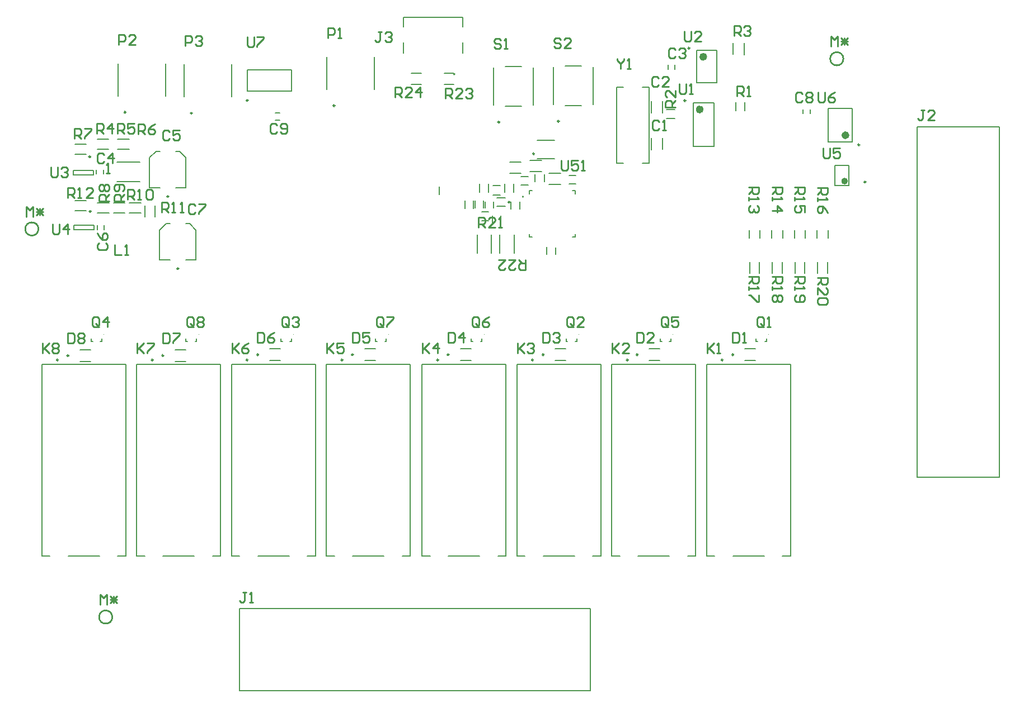
<source format=gbr>
%TF.GenerationSoftware,Altium Limited,Altium Designer,24.1.2 (44)*%
G04 Layer_Color=65535*
%FSLAX45Y45*%
%MOMM*%
%TF.SameCoordinates,D8B4AAC8-E2FB-42F1-BA15-8403934F33DF*%
%TF.FilePolarity,Positive*%
%TF.FileFunction,Legend,Top*%
%TF.Part,Single*%
G01*
G75*
%TA.AperFunction,NonConductor*%
%ADD11C,0.50000*%
%ADD75C,0.20000*%
%ADD76C,0.25000*%
%ADD77C,0.10000*%
%ADD78C,0.60000*%
%ADD79C,0.25400*%
%ADD80C,0.12700*%
D11*
X15446300Y10262200D02*
G03*
X15446300Y10262200I-25000J0D01*
G01*
D75*
X10562700Y10026300D02*
G03*
X10562700Y10026300I-10000J0D01*
G01*
X9524800Y11884100D02*
G03*
X9524800Y11884100I-10000J0D01*
G01*
X9678400Y9850550D02*
Y9970550D01*
X9803400Y9850550D02*
Y9970550D01*
X14900301Y11284200D02*
Y11347200D01*
X14792300Y11284200D02*
Y11347200D01*
X12500700Y11295200D02*
Y11470200D01*
X12671000Y11295733D02*
Y11470733D01*
X12727391Y11210100D02*
X12854639D01*
X12727391Y11345100D02*
X12854639D01*
X9363061Y11896000D02*
X9513061D01*
X9363061Y11726000D02*
X9513061D01*
X8865800Y11896000D02*
X9015800D01*
X8865800Y11726000D02*
X9015800D01*
X4414390Y10250990D02*
X4755010D01*
X4414390Y10551610D02*
X4755010D01*
X10420507Y9168493D02*
Y9449707D01*
X10204293Y9168493D02*
Y9449707D01*
X10077607Y9168493D02*
Y9449707D01*
X9861393Y9168493D02*
Y9449707D01*
X5509000Y9622200D02*
X5609000Y9522200D01*
X5059000D02*
X5159000Y9622200D01*
X5451500D02*
X5509000D01*
X5159000D02*
X5216500D01*
X5609000Y9072200D02*
Y9522200D01*
X5059000Y9072200D02*
Y9522200D01*
Y9072200D02*
X5216500D01*
X5451500D02*
X5609000D01*
X4839108Y9721969D02*
Y9893182D01*
X4990692Y9721969D02*
Y9893182D01*
X5356600Y10715300D02*
X5456600Y10615300D01*
X4906600D02*
X5006600Y10715300D01*
X5299100D02*
X5356600D01*
X5006600D02*
X5064100D01*
X5456600Y10165300D02*
Y10615300D01*
X4906600Y10165300D02*
Y10615300D01*
Y10165300D02*
X5064100D01*
X5299100D02*
X5456600D01*
X4600693Y9779408D02*
X4771907D01*
X4600693Y9930992D02*
X4771907D01*
X4359393Y9779408D02*
X4530607D01*
X4359393Y9930992D02*
X4530607D01*
X4118093Y9779408D02*
X4289307D01*
X4118093Y9930992D02*
X4289307D01*
X4111600Y9529950D02*
Y9592950D01*
X4219600Y9529950D02*
Y9592950D01*
X3778369Y9817508D02*
X3949582D01*
X3778369Y9969092D02*
X3949582D01*
X3759100Y9598100D02*
X4064100D01*
X3759100Y9528100D02*
Y9598100D01*
Y9528100D02*
X4064100D01*
Y9598100D01*
X3753000Y10426600D02*
X4058000D01*
X3753000Y10356600D02*
Y10426600D01*
Y10356600D02*
X4058000D01*
Y10426600D01*
X6812150Y11293500D02*
X6875150D01*
X6812150Y11185500D02*
X6875150D01*
X13985275Y8869291D02*
Y9036538D01*
X14132524Y8869291D02*
Y9036538D01*
X14328175Y8869291D02*
Y9036538D01*
X14475424Y8869291D02*
Y9036538D01*
X14671075Y8869291D02*
Y9036538D01*
X14818324Y8869291D02*
Y9036538D01*
X15013976Y8869291D02*
Y9036538D01*
X15161224Y8869291D02*
Y9036538D01*
X15170708Y9401708D02*
Y9521292D01*
X15004494Y9401708D02*
Y9521292D01*
X14827808Y9401708D02*
Y9521292D01*
X14661594Y9401708D02*
Y9521292D01*
X14484908Y9401708D02*
Y9521292D01*
X14318694Y9401708D02*
Y9521292D01*
X14142007Y9401708D02*
Y9521292D01*
X13975793Y9401708D02*
Y9521292D01*
X10659667Y10575500D02*
X10834667D01*
X10660200Y10405200D02*
X10835200D01*
X10737700Y10253000D02*
Y10363000D01*
X10877700Y10253000D02*
Y10363000D01*
X6892300Y7834000D02*
X6914500D01*
X7030100D02*
X7052300D01*
X6892300Y7834000D02*
Y7875260D01*
X7052300Y7834000D02*
Y7875260D01*
X11209500Y7832750D02*
X11231700D01*
X11347300D02*
X11369500D01*
X11209500Y7832750D02*
Y7874010D01*
X11369500Y7832750D02*
Y7874010D01*
X6266399Y3784799D02*
X11576400D01*
X6266399Y2544800D02*
Y3784799D01*
Y2544800D02*
X11576400D01*
Y3784799D01*
X15174300Y11367500D02*
X15534300D01*
X15174300Y10857500D02*
X15534300D01*
X15174300D02*
Y11367500D01*
X15534300Y10857500D02*
Y11367500D01*
X16522501Y5775900D02*
Y11085900D01*
Y5775900D02*
X17762500D01*
Y11085900D01*
X16522501D02*
X17762500D01*
X4098900Y10371450D02*
Y10434450D01*
X4206900Y10371450D02*
Y10434450D01*
X4422893Y10744608D02*
X4594107D01*
X4422893Y10896192D02*
X4594107D01*
X4114918Y10744608D02*
X4286131D01*
X4114918Y10896192D02*
X4286131D01*
X6383300Y11625600D02*
X7053300D01*
X6383300Y11945600D02*
X7053300D01*
X6383300Y11625600D02*
Y11945600D01*
X7053300Y11625600D02*
Y11945600D01*
X3775193Y10668408D02*
X3946407D01*
X3775193Y10819992D02*
X3946407D01*
X4022100Y7834000D02*
X4044300D01*
X4159900D02*
X4182100D01*
X4022100Y7834000D02*
Y7875260D01*
X4182100Y7834000D02*
Y7875260D01*
X14080499Y7834000D02*
X14102699D01*
X14218300D02*
X14240500D01*
X14080499Y7834000D02*
Y7875260D01*
X14240500Y7834000D02*
Y7875260D01*
X5457200Y7834000D02*
X5479400D01*
X5595000D02*
X5617200D01*
X5457200Y7834000D02*
Y7875260D01*
X5617200Y7834000D02*
Y7875260D01*
X8327400Y7834000D02*
X8349600D01*
X8465200D02*
X8487400D01*
X8327400Y7834000D02*
Y7875260D01*
X8487400Y7834000D02*
Y7875260D01*
X9775200Y7834000D02*
X9797400D01*
X9913000D02*
X9935200D01*
X9775200Y7834000D02*
Y7875260D01*
X9935200Y7834000D02*
Y7875260D01*
X12632700Y7834000D02*
X12654900D01*
X12770500D02*
X12792700D01*
X12632700Y7834000D02*
Y7875260D01*
X12792700Y7834000D02*
Y7875260D01*
X3276600Y7482500D02*
X4546600D01*
X3276600Y4582500D02*
Y7482500D01*
X4424100Y4582500D02*
X4546600D01*
X3674100D02*
X4149100D01*
X3276600D02*
X3399100D01*
X4546600D02*
Y7482500D01*
X4711700D02*
X5981700D01*
X4711700Y4582500D02*
Y7482500D01*
X5859200Y4582500D02*
X5981700D01*
X5109200D02*
X5584200D01*
X4711700D02*
X4834200D01*
X5981700D02*
Y7482500D01*
X6146800D02*
X7416800D01*
X6146800Y4582500D02*
Y7482500D01*
X7294300Y4582500D02*
X7416800D01*
X6544300D02*
X7019300D01*
X6146800D02*
X6269300D01*
X7416800D02*
Y7482500D01*
X7581900D02*
X8851900D01*
X7581900Y4582500D02*
Y7482500D01*
X8729400Y4582500D02*
X8851900D01*
X7979400D02*
X8454400D01*
X7581900D02*
X7704400D01*
X8851900D02*
Y7482500D01*
X9029700D02*
X10299700D01*
X9029700Y4582500D02*
Y7482500D01*
X10177200Y4582500D02*
X10299700D01*
X9427200D02*
X9902200D01*
X9029700D02*
X9152200D01*
X10299700D02*
Y7482500D01*
X10464800D02*
X11734800D01*
X10464800Y4582500D02*
Y7482500D01*
X11612300Y4582500D02*
X11734800D01*
X10862300D02*
X11337300D01*
X10464800D02*
X10587300D01*
X11734800D02*
Y7482500D01*
X11899900D02*
X13169901D01*
X11899900Y4582500D02*
Y7482500D01*
X13047400Y4582500D02*
X13169901D01*
X12297400D02*
X12772400D01*
X11899900D02*
X12022400D01*
X13169901D02*
Y7482500D01*
X13335001D02*
X14605000D01*
X13335001Y4582500D02*
Y7482500D01*
X14482500Y4582500D02*
X14605000D01*
X13732500D02*
X14207500D01*
X13335001D02*
X13457500D01*
X14605000D02*
Y7482500D01*
X3856390Y7530000D02*
X4017610D01*
X3856390Y7710000D02*
X4017610D01*
X5291490Y7530000D02*
X5452710D01*
X5291490Y7710000D02*
X5452710D01*
X6726590Y7542700D02*
X6887810D01*
X6726590Y7722700D02*
X6887810D01*
X8161690Y7542700D02*
X8322910D01*
X8161690Y7722700D02*
X8322910D01*
X9609490Y7542700D02*
X9770710D01*
X9609490Y7722700D02*
X9770710D01*
X11044590Y7542700D02*
X11205810D01*
X11044590Y7722700D02*
X11205810D01*
X12466990Y7542700D02*
X12628210D01*
X12466990Y7722700D02*
X12628210D01*
X13914790Y7542700D02*
X14076010D01*
X13914790Y7722700D02*
X14076010D01*
X15488800Y10194700D02*
Y10504700D01*
X15278799D02*
X15488800D01*
X15278799Y10194700D02*
Y10504700D01*
Y10194700D02*
X15488800D01*
X11193200Y11409400D02*
X11438200D01*
X11615700Y11426900D02*
Y11991900D01*
X11193200Y12009400D02*
X11438200D01*
X11015700Y11426900D02*
Y11991900D01*
X10291500Y11396700D02*
X10536500D01*
X10714000Y11414200D02*
Y11979200D01*
X10291500Y11996700D02*
X10536500D01*
X10114000Y11414200D02*
Y11979200D01*
X10351367Y10550100D02*
X10526367D01*
X10351900Y10379800D02*
X10526900D01*
X10527120Y10331880D02*
X10637120D01*
X10527120Y10206880D02*
X10637120D01*
X9285800Y10064400D02*
Y10179400D01*
X9929700Y9798200D02*
X10034700D01*
X9929700Y9658200D02*
X10034700D01*
X10157694Y9880963D02*
X10283968D01*
X10157694Y10007237D02*
X10283968D01*
X10105000Y10051900D02*
X10215000D01*
X10105000Y10191900D02*
X10215000D01*
X9830800Y9852900D02*
Y9962900D01*
X9955800Y9852900D02*
Y9962900D01*
X9982200Y9854100D02*
Y9954100D01*
X10109200Y9854100D02*
Y9954100D01*
X10371333Y9842133D02*
Y9947134D01*
X10506900Y9841600D02*
Y9946600D01*
X10283000Y10096132D02*
Y10223380D01*
X10418000Y10096132D02*
Y10223380D01*
X9902000Y10096376D02*
Y10223624D01*
X10037000Y10096376D02*
Y10223624D01*
X11253000Y10223500D02*
X11353000D01*
X11253000Y10350500D02*
X11353000D01*
X10917433Y9155533D02*
Y9260533D01*
X11053000Y9155000D02*
Y9260000D01*
X10096500Y9640100D02*
Y9740100D01*
X10223500Y9640100D02*
Y9740100D01*
X10773000Y10600700D02*
X11033000D01*
X10773000Y10885700D02*
X11033000D01*
X10949333Y10214400D02*
X11124333D01*
X10948800Y10384700D02*
X11123800D01*
X7589700Y11655900D02*
Y12143900D01*
X8310700Y11655900D02*
Y12143900D01*
X4427400Y11554300D02*
Y12042300D01*
X5148400Y11554300D02*
Y12042300D01*
X5430700Y11541600D02*
Y12029600D01*
X6151700Y11541600D02*
Y12029600D01*
X13775500Y11328276D02*
Y11455524D01*
X13910500Y11328276D02*
Y11455524D01*
X13129800Y10788100D02*
X13449800D01*
X13129800Y11448100D02*
X13449800D01*
Y10788100D02*
Y11448100D01*
X13129800Y10788100D02*
Y11448100D01*
X11974900Y10535000D02*
X12074900D01*
X12359900D02*
X12459900D01*
Y11690000D01*
X11974900D02*
X12074900D01*
X12359900D02*
X12459900D01*
X11974900Y10535000D02*
Y11690000D01*
X12500400Y10741567D02*
Y10916567D01*
X12670700Y10742100D02*
Y10917100D01*
X13182500Y11756500D02*
Y12246500D01*
X13487500Y11756500D02*
Y12246500D01*
X13182500D02*
X13487500D01*
X13182500Y11756500D02*
X13487500D01*
X13731532Y12181233D02*
Y12356233D01*
X13902600Y12180700D02*
Y12355700D01*
X12855600Y11958950D02*
Y12021950D01*
X12747600Y11958950D02*
Y12021950D01*
D76*
X5346500Y8937200D02*
G03*
X5346500Y8937200I-12500J0D01*
G01*
X5194100Y10030300D02*
G03*
X5194100Y10030300I-12500J0D01*
G01*
X4019100Y9803100D02*
G03*
X4019100Y9803100I-12500J0D01*
G01*
X4013000Y10631600D02*
G03*
X4013000Y10631600I-12500J0D01*
G01*
X15649300Y10812500D02*
G03*
X15649300Y10812500I-12500J0D01*
G01*
X6395800Y11485600D02*
G03*
X6395800Y11485600I-12500J0D01*
G01*
X3524100Y7552500D02*
G03*
X3524100Y7552500I-12500J0D01*
G01*
X4959200D02*
G03*
X4959200Y7552500I-12500J0D01*
G01*
X6394300D02*
G03*
X6394300Y7552500I-12500J0D01*
G01*
X7829400D02*
G03*
X7829400Y7552500I-12500J0D01*
G01*
X9277200D02*
G03*
X9277200Y7552500I-12500J0D01*
G01*
X10712300D02*
G03*
X10712300Y7552500I-12500J0D01*
G01*
X12147400D02*
G03*
X12147400Y7552500I-12500J0D01*
G01*
X13582500D02*
G03*
X13582500Y7552500I-12500J0D01*
G01*
X3682000Y7620000D02*
G03*
X3682000Y7620000I-12500J0D01*
G01*
X5117100D02*
G03*
X5117100Y7620000I-12500J0D01*
G01*
X6552200Y7632700D02*
G03*
X6552200Y7632700I-12500J0D01*
G01*
X7987300D02*
G03*
X7987300Y7632700I-12500J0D01*
G01*
X9435100D02*
G03*
X9435100Y7632700I-12500J0D01*
G01*
X10870200D02*
G03*
X10870200Y7632700I-12500J0D01*
G01*
X12292600D02*
G03*
X12292600Y7632700I-12500J0D01*
G01*
X13740401D02*
G03*
X13740401Y7632700I-12500J0D01*
G01*
X15743800Y10249700D02*
G03*
X15743800Y10249700I-12500J0D01*
G01*
X11103200Y11169400D02*
G03*
X11103200Y11169400I-12500J0D01*
G01*
X10201500Y11156700D02*
G03*
X10201500Y11156700I-12500J0D01*
G01*
X10358331Y9944100D02*
G03*
X10358331Y9944100I-12500J0D01*
G01*
X10730500Y10678200D02*
G03*
X10730500Y10678200I-12500J0D01*
G01*
X7708700Y11406400D02*
G03*
X7708700Y11406400I-12500J0D01*
G01*
X4546400Y11304800D02*
G03*
X4546400Y11304800I-12500J0D01*
G01*
X5549700Y11292100D02*
G03*
X5549700Y11292100I-12500J0D01*
G01*
X13017300Y11483100D02*
G03*
X13017300Y11483100I-12500J0D01*
G01*
X13077499Y12277000D02*
G03*
X13077499Y12277000I-12500J0D01*
G01*
D77*
X7085100Y7938700D02*
G03*
X7085100Y7938700I-5000J0D01*
G01*
X11402300Y7937450D02*
G03*
X11402300Y7937450I-5000J0D01*
G01*
X4214900Y7938700D02*
G03*
X4214900Y7938700I-5000J0D01*
G01*
X14273300D02*
G03*
X14273300Y7938700I-5000J0D01*
G01*
X5650000D02*
G03*
X5650000Y7938700I-5000J0D01*
G01*
X8520200D02*
G03*
X8520200Y7938700I-5000J0D01*
G01*
X9968000D02*
G03*
X9968000Y7938700I-5000J0D01*
G01*
X12825500D02*
G03*
X12825500Y7938700I-5000J0D01*
G01*
D78*
X15464301Y10957500D02*
G03*
X15464301Y10957500I-30000J0D01*
G01*
X13259801Y11348100D02*
G03*
X13259801Y11348100I-30000J0D01*
G01*
X13312500Y12146500D02*
G03*
X13312500Y12146500I-30000J0D01*
G01*
D79*
X4341800Y3657600D02*
G03*
X4341800Y3657600I-100000J0D01*
G01*
X15403500Y12115800D02*
G03*
X15403500Y12115800I-100000J0D01*
G01*
X3224200Y9537700D02*
G03*
X3224200Y9537700I-100000J0D01*
G01*
X14782808Y11582383D02*
X14757417Y11607775D01*
X14706633D01*
X14681241Y11582383D01*
Y11480817D01*
X14706633Y11455425D01*
X14757417D01*
X14782808Y11480817D01*
X14833592Y11582383D02*
X14858984Y11607775D01*
X14909767D01*
X14935159Y11582383D01*
Y11556992D01*
X14909767Y11531600D01*
X14935159Y11506208D01*
Y11480817D01*
X14909767Y11455425D01*
X14858984D01*
X14833592Y11480817D01*
Y11506208D01*
X14858984Y11531600D01*
X14833592Y11556992D01*
Y11582383D01*
X14858984Y11531600D02*
X14909767D01*
X11137958Y10579075D02*
Y10452117D01*
X11163350Y10426725D01*
X11214133D01*
X11239525Y10452117D01*
Y10579075D01*
X11391876D02*
X11290308D01*
Y10502900D01*
X11341092Y10528292D01*
X11366484D01*
X11391876Y10502900D01*
Y10452117D01*
X11366484Y10426725D01*
X11315700D01*
X11290308Y10452117D01*
X11442659Y10426725D02*
X11493443D01*
X11468051D01*
Y10579075D01*
X11442659Y10553683D01*
X12611108Y11823683D02*
X12585717Y11849075D01*
X12534933D01*
X12509541Y11823683D01*
Y11722117D01*
X12534933Y11696725D01*
X12585717D01*
X12611108Y11722117D01*
X12763459Y11696725D02*
X12661892D01*
X12763459Y11798292D01*
Y11823683D01*
X12738067Y11849075D01*
X12687284D01*
X12661892Y11823683D01*
X12865076Y11379241D02*
X12712725D01*
Y11455417D01*
X12738117Y11480808D01*
X12788900D01*
X12814291Y11455417D01*
Y11379241D01*
Y11430025D02*
X12865076Y11480808D01*
Y11633159D02*
Y11531592D01*
X12763508Y11633159D01*
X12738117D01*
X12712725Y11607767D01*
Y11556984D01*
X12738117Y11531592D01*
X8420108Y12522175D02*
X8369325D01*
X8394717D01*
Y12395217D01*
X8369325Y12369825D01*
X8343933D01*
X8318541Y12395217D01*
X8470892Y12496783D02*
X8496284Y12522175D01*
X8547067D01*
X8572459Y12496783D01*
Y12471392D01*
X8547067Y12446000D01*
X8521675D01*
X8547067D01*
X8572459Y12420608D01*
Y12395217D01*
X8547067Y12369825D01*
X8496284D01*
X8470892Y12395217D01*
X9385366Y11518925D02*
Y11671275D01*
X9461541D01*
X9486933Y11645883D01*
Y11595100D01*
X9461541Y11569708D01*
X9385366D01*
X9436149D02*
X9486933Y11518925D01*
X9639284D02*
X9537717D01*
X9639284Y11620492D01*
Y11645883D01*
X9613892Y11671275D01*
X9563108D01*
X9537717Y11645883D01*
X9690067D02*
X9715459Y11671275D01*
X9766243D01*
X9791634Y11645883D01*
Y11620492D01*
X9766243Y11595100D01*
X9740851D01*
X9766243D01*
X9791634Y11569708D01*
Y11544317D01*
X9766243Y11518925D01*
X9715459D01*
X9690067Y11544317D01*
X8623366Y11531625D02*
Y11683975D01*
X8699541D01*
X8724933Y11658583D01*
Y11607800D01*
X8699541Y11582408D01*
X8623366D01*
X8674149D02*
X8724933Y11531625D01*
X8877284D02*
X8775717D01*
X8877284Y11633192D01*
Y11658583D01*
X8851892Y11683975D01*
X8801108D01*
X8775717Y11658583D01*
X9004243Y11531625D02*
Y11683975D01*
X8928067Y11607800D01*
X9029634D01*
X4251960Y10383520D02*
X4302743D01*
X4277352D01*
Y10535871D01*
X4251960Y10510479D01*
X10591734Y9067775D02*
Y8915424D01*
X10515559D01*
X10490167Y8940816D01*
Y8991599D01*
X10515559Y9016991D01*
X10591734D01*
X10540951D02*
X10490167Y9067775D01*
X10337816D02*
X10439383D01*
X10337816Y8966208D01*
Y8940816D01*
X10363208Y8915424D01*
X10413992D01*
X10439383Y8940816D01*
X10185466Y9067775D02*
X10287033D01*
X10185466Y8966208D01*
Y8940816D01*
X10210857Y8915424D01*
X10261641D01*
X10287033Y8940816D01*
X9878060Y9560560D02*
Y9712911D01*
X9954235D01*
X9979627Y9687519D01*
Y9636735D01*
X9954235Y9611343D01*
X9878060D01*
X9928843D02*
X9979627Y9560560D01*
X10131978D02*
X10030411D01*
X10131978Y9662127D01*
Y9687519D01*
X10106586Y9712911D01*
X10055803D01*
X10030411Y9687519D01*
X10182761Y9560560D02*
X10233545D01*
X10208153D01*
Y9712911D01*
X10182761Y9687519D01*
X15021561Y11607751D02*
Y11480792D01*
X15046951Y11455400D01*
X15097736D01*
X15123128Y11480792D01*
Y11607751D01*
X15275478D02*
X15224693Y11582359D01*
X15173911Y11531575D01*
Y11480792D01*
X15199303Y11455400D01*
X15250085D01*
X15275478Y11480792D01*
Y11506183D01*
X15250085Y11531575D01*
X15173911D01*
X11981180Y12115751D02*
Y12090359D01*
X12031963Y12039575D01*
X12082747Y12090359D01*
Y12115751D01*
X12031963Y12039575D02*
Y11963400D01*
X12133531D02*
X12184314D01*
X12158923D01*
Y12115751D01*
X12133531Y12090359D01*
X6380480Y12451031D02*
Y12324072D01*
X6405872Y12298680D01*
X6456655D01*
X6482047Y12324072D01*
Y12451031D01*
X6532831D02*
X6634398D01*
Y12425639D01*
X6532831Y12324072D01*
Y12298680D01*
X15097760Y10767011D02*
Y10640052D01*
X15123152Y10614660D01*
X15173935D01*
X15199327Y10640052D01*
Y10767011D01*
X15351678D02*
X15250111D01*
Y10690835D01*
X15300894Y10716227D01*
X15326286D01*
X15351678Y10690835D01*
Y10640052D01*
X15326286Y10614660D01*
X15275504D01*
X15250111Y10640052D01*
X3441741Y9613875D02*
Y9486917D01*
X3467133Y9461525D01*
X3517917D01*
X3543308Y9486917D01*
Y9613875D01*
X3670267Y9461525D02*
Y9613875D01*
X3594092Y9537700D01*
X3695659D01*
X3416341Y10477475D02*
Y10350517D01*
X3441733Y10325125D01*
X3492517D01*
X3517908Y10350517D01*
Y10477475D01*
X3568692Y10452083D02*
X3594084Y10477475D01*
X3644867D01*
X3670259Y10452083D01*
Y10426692D01*
X3644867Y10401300D01*
X3619475D01*
X3644867D01*
X3670259Y10375908D01*
Y10350517D01*
X3644867Y10325125D01*
X3594084D01*
X3568692Y10350517D01*
X12999719Y12529771D02*
Y12402812D01*
X13025111Y12377420D01*
X13075896D01*
X13101286Y12402812D01*
Y12529771D01*
X13253638Y12377420D02*
X13152071D01*
X13253638Y12478987D01*
Y12504379D01*
X13228246Y12529771D01*
X13177463D01*
X13152071Y12504379D01*
X12918440Y11737291D02*
Y11610332D01*
X12943832Y11584940D01*
X12994615D01*
X13020007Y11610332D01*
Y11737291D01*
X13070792Y11584940D02*
X13121574D01*
X13096182D01*
Y11737291D01*
X13070792Y11711899D01*
X11122627Y12407859D02*
X11097235Y12433251D01*
X11046452D01*
X11021060Y12407859D01*
Y12382467D01*
X11046452Y12357075D01*
X11097235D01*
X11122627Y12331683D01*
Y12306292D01*
X11097235Y12280900D01*
X11046452D01*
X11021060Y12306292D01*
X11274978Y12280900D02*
X11173411D01*
X11274978Y12382467D01*
Y12407859D01*
X11249586Y12433251D01*
X11198803D01*
X11173411Y12407859D01*
X10220927Y12395159D02*
X10195535Y12420551D01*
X10144752D01*
X10119360Y12395159D01*
Y12369767D01*
X10144752Y12344375D01*
X10195535D01*
X10220927Y12318983D01*
Y12293592D01*
X10195535Y12268200D01*
X10144752D01*
X10119360Y12293592D01*
X10271711Y12268200D02*
X10322494D01*
X10297103D01*
Y12420551D01*
X10271711Y12395159D01*
X15011424Y8799864D02*
X15163776D01*
Y8723688D01*
X15138383Y8698297D01*
X15087601D01*
X15062209Y8723688D01*
Y8799864D01*
Y8749080D02*
X15011424Y8698297D01*
Y8545946D02*
Y8647513D01*
X15112991Y8545946D01*
X15138383D01*
X15163776Y8571338D01*
Y8622121D01*
X15138383Y8647513D01*
Y8495162D02*
X15163776Y8469770D01*
Y8418987D01*
X15138383Y8393595D01*
X15036816D01*
X15011424Y8418987D01*
Y8469770D01*
X15036816Y8495162D01*
X15138383D01*
X14668526Y8813153D02*
X14820876D01*
Y8736977D01*
X14795483Y8711586D01*
X14744701D01*
X14719308Y8736977D01*
Y8813153D01*
Y8762369D02*
X14668526Y8711586D01*
Y8660802D02*
Y8610019D01*
Y8635410D01*
X14820876D01*
X14795483Y8660802D01*
X14693916Y8533843D02*
X14668526Y8508451D01*
Y8457668D01*
X14693916Y8432276D01*
X14795483D01*
X14820876Y8457668D01*
Y8508451D01*
X14795483Y8533843D01*
X14770091D01*
X14744701Y8508451D01*
Y8432276D01*
X14325626Y8813153D02*
X14477975D01*
Y8736977D01*
X14452583Y8711586D01*
X14401801D01*
X14376408Y8736977D01*
Y8813153D01*
Y8762369D02*
X14325626Y8711586D01*
Y8660802D02*
Y8610019D01*
Y8635410D01*
X14477975D01*
X14452583Y8660802D01*
Y8533843D02*
X14477975Y8508451D01*
Y8457668D01*
X14452583Y8432276D01*
X14427193D01*
X14401801Y8457668D01*
X14376408Y8432276D01*
X14351018D01*
X14325626Y8457668D01*
Y8508451D01*
X14351018Y8533843D01*
X14376408D01*
X14401801Y8508451D01*
X14427193Y8533843D01*
X14452583D01*
X14401801Y8508451D02*
Y8457668D01*
X13970026Y8813153D02*
X14122375D01*
Y8736977D01*
X14096983Y8711586D01*
X14046201D01*
X14020808Y8736977D01*
Y8813153D01*
Y8762369D02*
X13970026Y8711586D01*
Y8660802D02*
Y8610019D01*
Y8635410D01*
X14122375D01*
X14096983Y8660802D01*
X14122375Y8533843D02*
Y8432276D01*
X14096983D01*
X13995416Y8533843D01*
X13970026D01*
X15011424Y10159938D02*
X15163776D01*
Y10083763D01*
X15138383Y10058371D01*
X15087601D01*
X15062209Y10083763D01*
Y10159938D01*
Y10109155D02*
X15011424Y10058371D01*
Y10007588D02*
Y9956804D01*
Y9982196D01*
X15163776D01*
X15138383Y10007588D01*
X15163776Y9779061D02*
X15138383Y9829845D01*
X15087601Y9880629D01*
X15036816D01*
X15011424Y9855237D01*
Y9804453D01*
X15036816Y9779061D01*
X15062209D01*
X15087601Y9804453D01*
Y9880629D01*
X14668526Y10172638D02*
X14820876D01*
Y10096463D01*
X14795483Y10071071D01*
X14744701D01*
X14719308Y10096463D01*
Y10172638D01*
Y10121855D02*
X14668526Y10071071D01*
Y10020288D02*
Y9969504D01*
Y9994896D01*
X14820876D01*
X14795483Y10020288D01*
X14820876Y9791761D02*
Y9893329D01*
X14744701D01*
X14770091Y9842545D01*
Y9817153D01*
X14744701Y9791761D01*
X14693916D01*
X14668526Y9817153D01*
Y9867937D01*
X14693916Y9893329D01*
X14325626Y10172638D02*
X14477975D01*
Y10096463D01*
X14452583Y10071071D01*
X14401801D01*
X14376408Y10096463D01*
Y10172638D01*
Y10121855D02*
X14325626Y10071071D01*
Y10020288D02*
Y9969504D01*
Y9994896D01*
X14477975D01*
X14452583Y10020288D01*
X14325626Y9817153D02*
X14477975D01*
X14401801Y9893329D01*
Y9791761D01*
X13970026Y10172638D02*
X14122375D01*
Y10096463D01*
X14096983Y10071071D01*
X14046201D01*
X14020808Y10096463D01*
Y10172638D01*
Y10121855D02*
X13970026Y10071071D01*
Y10020288D02*
Y9969504D01*
Y9994896D01*
X14122375D01*
X14096983Y10020288D01*
Y9893329D02*
X14122375Y9867937D01*
Y9817153D01*
X14096983Y9791761D01*
X14071593D01*
X14046201Y9817153D01*
Y9842545D01*
Y9817153D01*
X14020808Y9791761D01*
X13995416D01*
X13970026Y9817153D01*
Y9867937D01*
X13995416Y9893329D01*
X3670362Y10007625D02*
Y10159975D01*
X3746537D01*
X3771929Y10134583D01*
Y10083800D01*
X3746537Y10058408D01*
X3670362D01*
X3721145D02*
X3771929Y10007625D01*
X3822712D02*
X3873496D01*
X3848104D01*
Y10159975D01*
X3822712Y10134583D01*
X4051239Y10007625D02*
X3949671D01*
X4051239Y10109192D01*
Y10134583D01*
X4025847Y10159975D01*
X3975063D01*
X3949671Y10134583D01*
X5092754Y9791725D02*
Y9944075D01*
X5168929D01*
X5194321Y9918683D01*
Y9867900D01*
X5168929Y9842508D01*
X5092754D01*
X5143537D02*
X5194321Y9791725D01*
X5245104D02*
X5295888D01*
X5270496D01*
Y9944075D01*
X5245104Y9918683D01*
X5372063Y9791725D02*
X5422847D01*
X5397455D01*
Y9944075D01*
X5372063Y9918683D01*
X4572062Y9982225D02*
Y10134575D01*
X4648237D01*
X4673629Y10109183D01*
Y10058400D01*
X4648237Y10033008D01*
X4572062D01*
X4622845D02*
X4673629Y9982225D01*
X4724412D02*
X4775196D01*
X4749804D01*
Y10134575D01*
X4724412Y10109183D01*
X4851371D02*
X4876763Y10134575D01*
X4927547D01*
X4952939Y10109183D01*
Y10007617D01*
X4927547Y9982225D01*
X4876763D01*
X4851371Y10007617D01*
Y10109183D01*
X4521175Y9956841D02*
X4368825D01*
Y10033017D01*
X4394217Y10058408D01*
X4445000D01*
X4470392Y10033017D01*
Y9956841D01*
Y10007625D02*
X4521175Y10058408D01*
X4495783Y10109192D02*
X4521175Y10134584D01*
Y10185367D01*
X4495783Y10210759D01*
X4394217D01*
X4368825Y10185367D01*
Y10134584D01*
X4394217Y10109192D01*
X4419608D01*
X4445000Y10134584D01*
Y10210759D01*
X4292575Y9956841D02*
X4140225D01*
Y10033017D01*
X4165617Y10058408D01*
X4216400D01*
X4241792Y10033017D01*
Y9956841D01*
Y10007625D02*
X4292575Y10058408D01*
X4165617Y10109192D02*
X4140225Y10134584D01*
Y10185367D01*
X4165617Y10210759D01*
X4191008D01*
X4216400Y10185367D01*
X4241792Y10210759D01*
X4267183D01*
X4292575Y10185367D01*
Y10134584D01*
X4267183Y10109192D01*
X4241792D01*
X4216400Y10134584D01*
X4191008Y10109192D01*
X4165617D01*
X4216400Y10134584D02*
Y10185367D01*
X3769360Y10906760D02*
Y11059111D01*
X3845535D01*
X3870927Y11033719D01*
Y10982935D01*
X3845535Y10957543D01*
X3769360D01*
X3820143D02*
X3870927Y10906760D01*
X3921711Y11059111D02*
X4023278D01*
Y11033719D01*
X3921711Y10932152D01*
Y10906760D01*
X4737141Y10974025D02*
Y11126375D01*
X4813317D01*
X4838708Y11100983D01*
Y11050200D01*
X4813317Y11024808D01*
X4737141D01*
X4787925D02*
X4838708Y10974025D01*
X4991059Y11126375D02*
X4940275Y11100983D01*
X4889492Y11050200D01*
Y10999416D01*
X4914884Y10974025D01*
X4965667D01*
X4991059Y10999416D01*
Y11024808D01*
X4965667Y11050200D01*
X4889492D01*
X4417060Y10982960D02*
Y11135311D01*
X4493235D01*
X4518627Y11109919D01*
Y11059135D01*
X4493235Y11033743D01*
X4417060D01*
X4467843D02*
X4518627Y10982960D01*
X4670978Y11135311D02*
X4569411D01*
Y11059135D01*
X4620194Y11084527D01*
X4645586D01*
X4670978Y11059135D01*
Y11008352D01*
X4645586Y10982960D01*
X4594803D01*
X4569411Y11008352D01*
X4109720Y10982960D02*
Y11135311D01*
X4185895D01*
X4211287Y11109919D01*
Y11059135D01*
X4185895Y11033743D01*
X4109720D01*
X4160503D02*
X4211287Y10982960D01*
X4338246D02*
Y11135311D01*
X4262071Y11059135D01*
X4363638D01*
X13746480Y12468860D02*
Y12621211D01*
X13822655D01*
X13848047Y12595819D01*
Y12545035D01*
X13822655Y12519643D01*
X13746480D01*
X13797263D02*
X13848047Y12468860D01*
X13898831Y12595819D02*
X13924223Y12621211D01*
X13975006D01*
X14000398Y12595819D01*
Y12570427D01*
X13975006Y12545035D01*
X13949614D01*
X13975006D01*
X14000398Y12519643D01*
Y12494252D01*
X13975006Y12468860D01*
X13924223D01*
X13898831Y12494252D01*
X13789661Y11551920D02*
Y11704271D01*
X13865836D01*
X13891228Y11678879D01*
Y11628095D01*
X13865836Y11602703D01*
X13789661D01*
X13840443D02*
X13891228Y11551920D01*
X13942010D02*
X13992793D01*
X13967403D01*
Y11704271D01*
X13942010Y11678879D01*
X5572727Y8077192D02*
Y8178759D01*
X5547335Y8204151D01*
X5496552D01*
X5471160Y8178759D01*
Y8077192D01*
X5496552Y8051800D01*
X5547335D01*
X5521943Y8102583D02*
X5572727Y8051800D01*
X5547335D02*
X5572727Y8077192D01*
X5623511Y8178759D02*
X5648903Y8204151D01*
X5699686D01*
X5725078Y8178759D01*
Y8153367D01*
X5699686Y8127975D01*
X5725078Y8102583D01*
Y8077192D01*
X5699686Y8051800D01*
X5648903D01*
X5623511Y8077192D01*
Y8102583D01*
X5648903Y8127975D01*
X5623511Y8153367D01*
Y8178759D01*
X5648903Y8127975D02*
X5699686D01*
X8442927Y8077192D02*
Y8178759D01*
X8417535Y8204151D01*
X8366752D01*
X8341360Y8178759D01*
Y8077192D01*
X8366752Y8051800D01*
X8417535D01*
X8392143Y8102583D02*
X8442927Y8051800D01*
X8417535D02*
X8442927Y8077192D01*
X8493711Y8204151D02*
X8595278D01*
Y8178759D01*
X8493711Y8077192D01*
Y8051800D01*
X9890727Y8077192D02*
Y8178759D01*
X9865335Y8204151D01*
X9814552D01*
X9789160Y8178759D01*
Y8077192D01*
X9814552Y8051800D01*
X9865335D01*
X9839943Y8102583D02*
X9890727Y8051800D01*
X9865335D02*
X9890727Y8077192D01*
X10043078Y8204151D02*
X9992294Y8178759D01*
X9941511Y8127975D01*
Y8077192D01*
X9966903Y8051800D01*
X10017686D01*
X10043078Y8077192D01*
Y8102583D01*
X10017686Y8127975D01*
X9941511D01*
X12748227Y8077192D02*
Y8178759D01*
X12722835Y8204151D01*
X12672052D01*
X12646660Y8178759D01*
Y8077192D01*
X12672052Y8051800D01*
X12722835D01*
X12697443Y8102583D02*
X12748227Y8051800D01*
X12722835D02*
X12748227Y8077192D01*
X12900578Y8204151D02*
X12799011D01*
Y8127975D01*
X12849794Y8153367D01*
X12875186D01*
X12900578Y8127975D01*
Y8077192D01*
X12875186Y8051800D01*
X12824403D01*
X12799011Y8077192D01*
X4137627D02*
Y8178759D01*
X4112235Y8204151D01*
X4061452D01*
X4036060Y8178759D01*
Y8077192D01*
X4061452Y8051800D01*
X4112235D01*
X4086843Y8102583D02*
X4137627Y8051800D01*
X4112235D02*
X4137627Y8077192D01*
X4264586Y8051800D02*
Y8204151D01*
X4188411Y8127975D01*
X4289978D01*
X7007827Y8077192D02*
Y8178759D01*
X6982435Y8204151D01*
X6931652D01*
X6906260Y8178759D01*
Y8077192D01*
X6931652Y8051800D01*
X6982435D01*
X6957043Y8102583D02*
X7007827Y8051800D01*
X6982435D02*
X7007827Y8077192D01*
X7058611Y8178759D02*
X7084003Y8204151D01*
X7134786D01*
X7160178Y8178759D01*
Y8153367D01*
X7134786Y8127975D01*
X7109394D01*
X7134786D01*
X7160178Y8102583D01*
Y8077192D01*
X7134786Y8051800D01*
X7084003D01*
X7058611Y8077192D01*
X11323287D02*
Y8178759D01*
X11297895Y8204151D01*
X11247112D01*
X11221720Y8178759D01*
Y8077192D01*
X11247112Y8051800D01*
X11297895D01*
X11272503Y8102583D02*
X11323287Y8051800D01*
X11297895D02*
X11323287Y8077192D01*
X11475638Y8051800D02*
X11374071D01*
X11475638Y8153367D01*
Y8178759D01*
X11450246Y8204151D01*
X11399463D01*
X11374071Y8178759D01*
X14196027Y8077192D02*
Y8178759D01*
X14170634Y8204151D01*
X14119852D01*
X14094460Y8178759D01*
Y8077192D01*
X14119852Y8051800D01*
X14170634D01*
X14145242Y8102583D02*
X14196027Y8051800D01*
X14170634D02*
X14196027Y8077192D01*
X14246811Y8051800D02*
X14297594D01*
X14272203D01*
Y8204151D01*
X14246811Y8178759D01*
X5443220Y12313920D02*
Y12466271D01*
X5519395D01*
X5544787Y12440879D01*
Y12390095D01*
X5519395Y12364703D01*
X5443220D01*
X5595571Y12440879D02*
X5620963Y12466271D01*
X5671746D01*
X5697138Y12440879D01*
Y12415487D01*
X5671746Y12390095D01*
X5646354D01*
X5671746D01*
X5697138Y12364703D01*
Y12339312D01*
X5671746Y12313920D01*
X5620963D01*
X5595571Y12339312D01*
X4441190Y12325350D02*
Y12477701D01*
X4517365D01*
X4542757Y12452309D01*
Y12401525D01*
X4517365Y12376133D01*
X4441190D01*
X4695108Y12325350D02*
X4593541D01*
X4695108Y12426917D01*
Y12452309D01*
X4669716Y12477701D01*
X4618933D01*
X4593541Y12452309D01*
X7602220Y12428220D02*
Y12580571D01*
X7678395D01*
X7703787Y12555179D01*
Y12504395D01*
X7678395Y12479003D01*
X7602220D01*
X7754571Y12428220D02*
X7805354D01*
X7779963D01*
Y12580571D01*
X7754571Y12555179D01*
X4155440Y3845560D02*
Y3997911D01*
X4206223Y3947127D01*
X4257007Y3997911D01*
Y3845560D01*
X4307791Y3972519D02*
X4409358Y3870952D01*
X4307791D02*
X4409358Y3972519D01*
X4307791Y3921735D02*
X4409358D01*
X4358574Y3870952D02*
Y3972519D01*
X3037840Y9725660D02*
Y9878011D01*
X3088623Y9827227D01*
X3139407Y9878011D01*
Y9725660D01*
X3190191Y9852619D02*
X3291758Y9751052D01*
X3190191D02*
X3291758Y9852619D01*
X3190191Y9801835D02*
X3291758D01*
X3240974Y9751052D02*
Y9852619D01*
X15217140Y12303760D02*
Y12456111D01*
X15267923Y12405327D01*
X15318707Y12456111D01*
Y12303760D01*
X15369492Y12430719D02*
X15471059Y12329152D01*
X15369492D02*
X15471059Y12430719D01*
X15369492Y12379935D02*
X15471059D01*
X15420274Y12329152D02*
Y12430719D01*
X4377233Y9296375D02*
Y9144025D01*
X4478800D01*
X4529584D02*
X4580367D01*
X4554976D01*
Y9296375D01*
X4529584Y9270983D01*
X3281680Y7805371D02*
Y7653020D01*
Y7703803D01*
X3383247Y7805371D01*
X3307072Y7729195D01*
X3383247Y7653020D01*
X3434031Y7779979D02*
X3459423Y7805371D01*
X3510206D01*
X3535598Y7779979D01*
Y7754587D01*
X3510206Y7729195D01*
X3535598Y7703803D01*
Y7678412D01*
X3510206Y7653020D01*
X3459423D01*
X3434031Y7678412D01*
Y7703803D01*
X3459423Y7729195D01*
X3434031Y7754587D01*
Y7779979D01*
X3459423Y7729195D02*
X3510206D01*
X4716780Y7805371D02*
Y7653020D01*
Y7703803D01*
X4818347Y7805371D01*
X4742172Y7729195D01*
X4818347Y7653020D01*
X4869131Y7805371D02*
X4970698D01*
Y7779979D01*
X4869131Y7678412D01*
Y7653020D01*
X6151880Y7805371D02*
Y7653020D01*
Y7703803D01*
X6253447Y7805371D01*
X6177272Y7729195D01*
X6253447Y7653020D01*
X6405798Y7805371D02*
X6355014Y7779979D01*
X6304231Y7729195D01*
Y7678412D01*
X6329623Y7653020D01*
X6380406D01*
X6405798Y7678412D01*
Y7703803D01*
X6380406Y7729195D01*
X6304231D01*
X7586980Y7805371D02*
Y7653020D01*
Y7703803D01*
X7688547Y7805371D01*
X7612372Y7729195D01*
X7688547Y7653020D01*
X7840898Y7805371D02*
X7739331D01*
Y7729195D01*
X7790114Y7754587D01*
X7815506D01*
X7840898Y7729195D01*
Y7678412D01*
X7815506Y7653020D01*
X7764723D01*
X7739331Y7678412D01*
X9034780Y7805371D02*
Y7653020D01*
Y7703803D01*
X9136347Y7805371D01*
X9060172Y7729195D01*
X9136347Y7653020D01*
X9263306D02*
Y7805371D01*
X9187131Y7729195D01*
X9288698D01*
X10469880Y7805371D02*
Y7653020D01*
Y7703803D01*
X10571447Y7805371D01*
X10495272Y7729195D01*
X10571447Y7653020D01*
X10622231Y7779979D02*
X10647623Y7805371D01*
X10698406D01*
X10723798Y7779979D01*
Y7754587D01*
X10698406Y7729195D01*
X10673014D01*
X10698406D01*
X10723798Y7703803D01*
Y7678412D01*
X10698406Y7653020D01*
X10647623D01*
X10622231Y7678412D01*
X11904980Y7805371D02*
Y7653020D01*
Y7703803D01*
X12006547Y7805371D01*
X11930372Y7729195D01*
X12006547Y7653020D01*
X12158898D02*
X12057331D01*
X12158898Y7754587D01*
Y7779979D01*
X12133506Y7805371D01*
X12082723D01*
X12057331Y7779979D01*
X13340080Y7805371D02*
Y7653020D01*
Y7703803D01*
X13441647Y7805371D01*
X13365472Y7729195D01*
X13441647Y7653020D01*
X13492432D02*
X13543214D01*
X13517822D01*
Y7805371D01*
X13492432Y7779979D01*
X16626807Y11335971D02*
X16576022D01*
X16601414D01*
Y11209012D01*
X16576022Y11183620D01*
X16550632D01*
X16525240Y11209012D01*
X16779158Y11183620D02*
X16677591D01*
X16779158Y11285187D01*
Y11310579D01*
X16753766Y11335971D01*
X16702983D01*
X16677591Y11310579D01*
X6370287Y4036011D02*
X6319503D01*
X6344895D01*
Y3909052D01*
X6319503Y3883660D01*
X6294112D01*
X6268720Y3909052D01*
X6421071Y3883660D02*
X6471854D01*
X6446463D01*
Y4036011D01*
X6421071Y4010619D01*
X3670300Y7957771D02*
Y7805420D01*
X3746475D01*
X3771867Y7830812D01*
Y7932379D01*
X3746475Y7957771D01*
X3670300D01*
X3822651Y7932379D02*
X3848043Y7957771D01*
X3898826D01*
X3924218Y7932379D01*
Y7906987D01*
X3898826Y7881595D01*
X3924218Y7856203D01*
Y7830812D01*
X3898826Y7805420D01*
X3848043D01*
X3822651Y7830812D01*
Y7856203D01*
X3848043Y7881595D01*
X3822651Y7906987D01*
Y7932379D01*
X3848043Y7881595D02*
X3898826D01*
X5105400Y7957771D02*
Y7805420D01*
X5181575D01*
X5206967Y7830812D01*
Y7932379D01*
X5181575Y7957771D01*
X5105400D01*
X5257751D02*
X5359318D01*
Y7932379D01*
X5257751Y7830812D01*
Y7805420D01*
X6540500Y7970471D02*
Y7818120D01*
X6616675D01*
X6642067Y7843512D01*
Y7945079D01*
X6616675Y7970471D01*
X6540500D01*
X6794418D02*
X6743634Y7945079D01*
X6692851Y7894295D01*
Y7843512D01*
X6718243Y7818120D01*
X6769026D01*
X6794418Y7843512D01*
Y7868903D01*
X6769026Y7894295D01*
X6692851D01*
X7975600Y7970471D02*
Y7818120D01*
X8051775D01*
X8077167Y7843512D01*
Y7945079D01*
X8051775Y7970471D01*
X7975600D01*
X8229518D02*
X8127951D01*
Y7894295D01*
X8178734Y7919687D01*
X8204126D01*
X8229518Y7894295D01*
Y7843512D01*
X8204126Y7818120D01*
X8153343D01*
X8127951Y7843512D01*
X9423400Y7970471D02*
Y7818120D01*
X9499575D01*
X9524967Y7843512D01*
Y7945079D01*
X9499575Y7970471D01*
X9423400D01*
X9651926Y7818120D02*
Y7970471D01*
X9575751Y7894295D01*
X9677318D01*
X10858500Y7970471D02*
Y7818120D01*
X10934675D01*
X10960067Y7843512D01*
Y7945079D01*
X10934675Y7970471D01*
X10858500D01*
X11010851Y7945079D02*
X11036243Y7970471D01*
X11087026D01*
X11112418Y7945079D01*
Y7919687D01*
X11087026Y7894295D01*
X11061634D01*
X11087026D01*
X11112418Y7868903D01*
Y7843512D01*
X11087026Y7818120D01*
X11036243D01*
X11010851Y7843512D01*
X12280900Y7970471D02*
Y7818120D01*
X12357075D01*
X12382467Y7843512D01*
Y7945079D01*
X12357075Y7970471D01*
X12280900D01*
X12534818Y7818120D02*
X12433251D01*
X12534818Y7919687D01*
Y7945079D01*
X12509426Y7970471D01*
X12458643D01*
X12433251Y7945079D01*
X13728700Y7970471D02*
Y7818120D01*
X13804875D01*
X13830267Y7843512D01*
Y7945079D01*
X13804875Y7970471D01*
X13728700D01*
X13881052Y7818120D02*
X13931834D01*
X13906442D01*
Y7970471D01*
X13881052Y7945079D01*
X6830958Y11112483D02*
X6805567Y11137875D01*
X6754783D01*
X6729391Y11112483D01*
Y11010917D01*
X6754783Y10985525D01*
X6805567D01*
X6830958Y11010917D01*
X6881742D02*
X6907134Y10985525D01*
X6957917D01*
X6983309Y11010917D01*
Y11112483D01*
X6957917Y11137875D01*
X6907134D01*
X6881742Y11112483D01*
Y11087092D01*
X6907134Y11061700D01*
X6983309D01*
X5600708Y9893283D02*
X5575317Y9918675D01*
X5524533D01*
X5499141Y9893283D01*
Y9791717D01*
X5524533Y9766325D01*
X5575317D01*
X5600708Y9791717D01*
X5651492Y9918675D02*
X5753059D01*
Y9893283D01*
X5651492Y9791717D01*
Y9766325D01*
X4140217Y9321808D02*
X4114825Y9296417D01*
Y9245633D01*
X4140217Y9220241D01*
X4241783D01*
X4267175Y9245633D01*
Y9296417D01*
X4241783Y9321808D01*
X4114825Y9474159D02*
X4140217Y9423375D01*
X4191000Y9372592D01*
X4241783D01*
X4267175Y9397984D01*
Y9448767D01*
X4241783Y9474159D01*
X4216392D01*
X4191000Y9448767D01*
Y9372592D01*
X5207008Y11010883D02*
X5181617Y11036275D01*
X5130833D01*
X5105441Y11010883D01*
Y10909317D01*
X5130833Y10883925D01*
X5181617D01*
X5207008Y10909317D01*
X5359359Y11036275D02*
X5257792D01*
Y10960100D01*
X5308575Y10985492D01*
X5333967D01*
X5359359Y10960100D01*
Y10909317D01*
X5333967Y10883925D01*
X5283184D01*
X5257792Y10909317D01*
X4216367Y10662879D02*
X4190975Y10688271D01*
X4140192D01*
X4114800Y10662879D01*
Y10561312D01*
X4140192Y10535920D01*
X4190975D01*
X4216367Y10561312D01*
X4343326Y10535920D02*
Y10688271D01*
X4267151Y10612095D01*
X4368718D01*
X12865067Y12250379D02*
X12839674Y12275771D01*
X12788892D01*
X12763500Y12250379D01*
Y12148812D01*
X12788892Y12123420D01*
X12839674D01*
X12865067Y12148812D01*
X12915851Y12250379D02*
X12941243Y12275771D01*
X12992026D01*
X13017418Y12250379D01*
Y12224987D01*
X12992026Y12199595D01*
X12966634D01*
X12992026D01*
X13017418Y12174203D01*
Y12148812D01*
X12992026Y12123420D01*
X12941243D01*
X12915851Y12148812D01*
X12616147Y11163259D02*
X12590755Y11188651D01*
X12539972D01*
X12514580Y11163259D01*
Y11061692D01*
X12539972Y11036300D01*
X12590755D01*
X12616147Y11061692D01*
X12666931Y11036300D02*
X12717714D01*
X12692323D01*
Y11188651D01*
X12666931Y11163259D01*
D80*
X10648200Y10069300D02*
Y10116300D01*
Y9416300D02*
Y9463300D01*
X11348200Y10069300D02*
Y10116300D01*
Y9416300D02*
Y9463300D01*
X10648200Y10116300D02*
X10695200D01*
X10648200Y9416300D02*
X10695200D01*
X11301200Y10116300D02*
X11348200D01*
X11301200Y9416300D02*
X11348200D01*
X8747800Y12199100D02*
Y12367100D01*
Y12601100D02*
Y12744100D01*
X9641800Y12199100D02*
Y12367100D01*
Y12601100D02*
Y12744100D01*
X8747800D02*
X9641800D01*
%TF.MD5,b37919cddef1795bb9a338860c47cf6d*%
M02*

</source>
